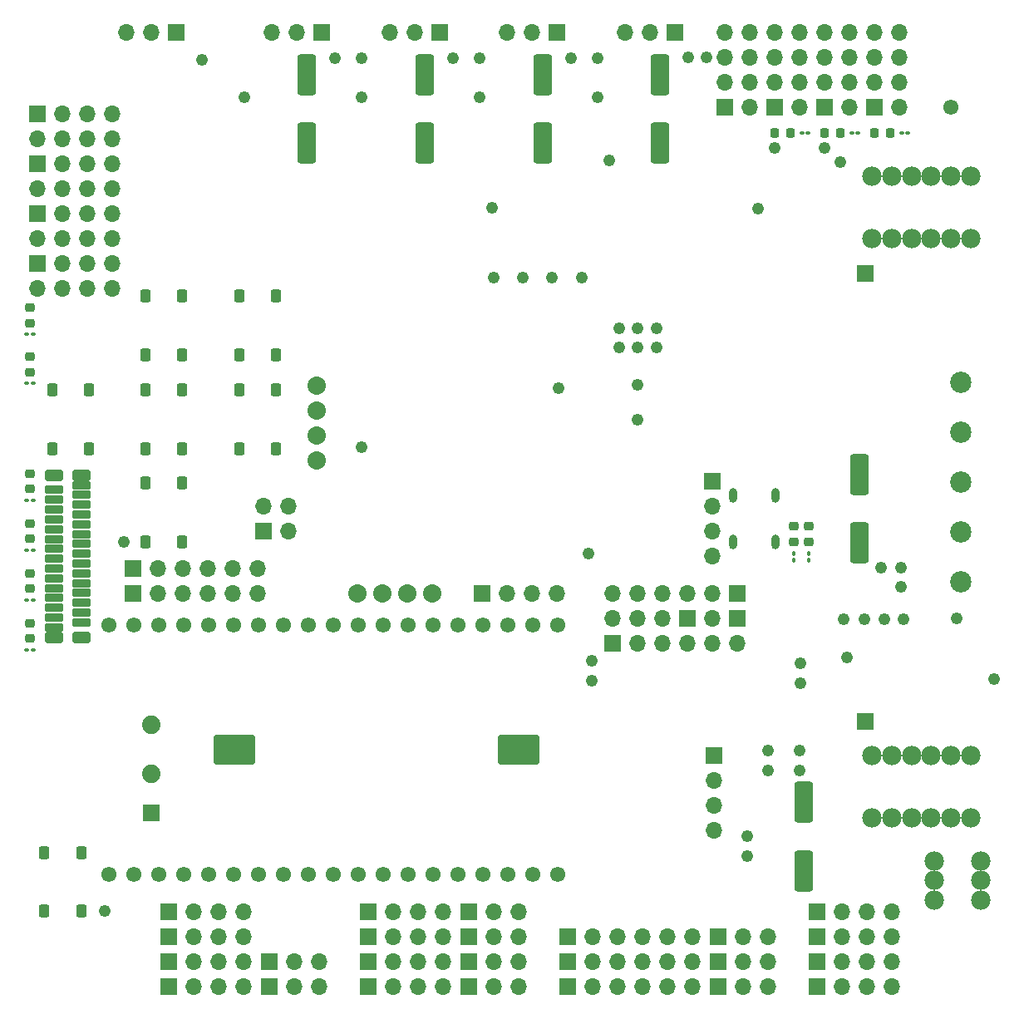
<source format=gbs>
G04 #@! TF.GenerationSoftware,KiCad,Pcbnew,6.0.2+dfsg-1*
G04 #@! TF.CreationDate,2023-02-12T20:19:59+01:00*
G04 #@! TF.ProjectId,RBCX,52424358-2e6b-4696-9361-645f70636258,rev?*
G04 #@! TF.SameCoordinates,Original*
G04 #@! TF.FileFunction,Soldermask,Bot*
G04 #@! TF.FilePolarity,Negative*
%FSLAX46Y46*%
G04 Gerber Fmt 4.6, Leading zero omitted, Abs format (unit mm)*
G04 Created by KiCad (PCBNEW 6.0.2+dfsg-1) date 2023-02-12 20:19:59*
%MOMM*%
%LPD*%
G01*
G04 APERTURE LIST*
G04 Aperture macros list*
%AMRoundRect*
0 Rectangle with rounded corners*
0 $1 Rounding radius*
0 $2 $3 $4 $5 $6 $7 $8 $9 X,Y pos of 4 corners*
0 Add a 4 corners polygon primitive as box body*
4,1,4,$2,$3,$4,$5,$6,$7,$8,$9,$2,$3,0*
0 Add four circle primitives for the rounded corners*
1,1,$1+$1,$2,$3*
1,1,$1+$1,$4,$5*
1,1,$1+$1,$6,$7*
1,1,$1+$1,$8,$9*
0 Add four rect primitives between the rounded corners*
20,1,$1+$1,$2,$3,$4,$5,0*
20,1,$1+$1,$4,$5,$6,$7,0*
20,1,$1+$1,$6,$7,$8,$9,0*
20,1,$1+$1,$8,$9,$2,$3,0*%
G04 Aperture macros list end*
%ADD10C,1.240800*%
%ADD11C,1.864800*%
%ADD12R,1.700000X1.700000*%
%ADD13O,0.850000X1.500000*%
%ADD14C,1.552800*%
%ADD15RoundRect,0.218750X0.218750X0.256250X-0.218750X0.256250X-0.218750X-0.256250X0.218750X-0.256250X0*%
%ADD16O,1.700000X1.700000*%
%ADD17C,1.981200*%
%ADD18RoundRect,0.250000X-0.700000X1.825000X-0.700000X-1.825000X0.700000X-1.825000X0.700000X1.825000X0*%
%ADD19RoundRect,0.218750X0.256250X-0.218750X0.256250X0.218750X-0.256250X0.218750X-0.256250X-0.218750X0*%
%ADD20RoundRect,0.100000X0.130000X0.100000X-0.130000X0.100000X-0.130000X-0.100000X0.130000X-0.100000X0*%
%ADD21RoundRect,0.227400X-0.300000X0.425000X-0.300000X-0.425000X0.300000X-0.425000X0.300000X0.425000X0*%
%ADD22RoundRect,0.227400X0.300000X-0.425000X0.300000X0.425000X-0.300000X0.425000X-0.300000X-0.425000X0*%
%ADD23RoundRect,0.152400X0.750000X-0.300000X0.750000X0.300000X-0.750000X0.300000X-0.750000X-0.300000X0*%
%ADD24RoundRect,0.152400X-0.750000X0.300000X-0.750000X-0.300000X0.750000X-0.300000X0.750000X0.300000X0*%
%ADD25RoundRect,0.152400X0.750000X-0.400000X0.750000X0.400000X-0.750000X0.400000X-0.750000X-0.400000X0*%
%ADD26RoundRect,0.152400X-0.750000X0.400000X-0.750000X-0.400000X0.750000X-0.400000X0.750000X0.400000X0*%
%ADD27RoundRect,0.218750X-0.256250X0.218750X-0.256250X-0.218750X0.256250X-0.218750X0.256250X0.218750X0*%
%ADD28C,2.167128*%
%ADD29RoundRect,0.100000X0.100000X-0.130000X0.100000X0.130000X-0.100000X0.130000X-0.100000X-0.130000X0*%
%ADD30RoundRect,0.142857X1.957143X-1.357143X1.957143X1.357143X-1.957143X1.357143X-1.957143X-1.357143X0*%
%ADD31RoundRect,0.100000X-0.130000X-0.100000X0.130000X-0.100000X0.130000X0.100000X-0.130000X0.100000X0*%
%ADD32C,1.889760*%
%ADD33RoundRect,0.250000X0.700000X-1.825000X0.700000X1.825000X-0.700000X1.825000X-0.700000X-1.825000X0*%
G04 APERTURE END LIST*
D10*
G04 #@! TO.C,TP8*
X172685000Y-59785000D03*
G04 #@! TD*
G04 #@! TO.C,TP21*
X153000000Y-73000000D03*
G04 #@! TD*
G04 #@! TO.C,TP39*
X163870000Y-50570000D03*
G04 #@! TD*
G04 #@! TO.C,TP29*
X158715000Y-87465000D03*
G04 #@! TD*
G04 #@! TO.C,TP33*
X175195000Y-123135000D03*
G04 #@! TD*
G04 #@! TO.C,TP32*
X175195000Y-121135000D03*
G04 #@! TD*
G04 #@! TO.C,PWM2B*
X156806250Y-78163525D03*
G04 #@! TD*
G04 #@! TO.C,TP44*
X118600000Y-54550000D03*
G04 #@! TD*
G04 #@! TO.C,IN4_A*
X183795000Y-107755000D03*
G04 #@! TD*
G04 #@! TO.C,IN4A*
X175300000Y-112260000D03*
G04 #@! TD*
D11*
G04 #@! TO.C,IM2*
X137755000Y-105155000D03*
X135215000Y-105155000D03*
X132675000Y-105155000D03*
X130135000Y-105155000D03*
G04 #@! TD*
D10*
G04 #@! TO.C,TP40*
X165715000Y-50565000D03*
G04 #@! TD*
G04 #@! TO.C,TP24*
X169900000Y-131890000D03*
G04 #@! TD*
G04 #@! TO.C,PWM3A*
X179695000Y-107755000D03*
G04 #@! TD*
G04 #@! TO.C,TP56*
X183500000Y-102500000D03*
G04 #@! TD*
G04 #@! TO.C,IN4_B*
X185795000Y-107755000D03*
G04 #@! TD*
G04 #@! TO.C,TP38*
X154600000Y-54550000D03*
G04 #@! TD*
G04 #@! TO.C,TP41*
X142600000Y-54550000D03*
G04 #@! TD*
G04 #@! TO.C,TP58*
X150600000Y-84200000D03*
G04 #@! TD*
G04 #@! TO.C,TP34*
X172000000Y-121145000D03*
G04 #@! TD*
G04 #@! TO.C,TP50*
X104400000Y-137500000D03*
G04 #@! TD*
G04 #@! TO.C,TP55*
X185500000Y-104500000D03*
G04 #@! TD*
G04 #@! TO.C,TP1*
X191200000Y-107700000D03*
G04 #@! TD*
G04 #@! TO.C,TP9*
X114350000Y-50815000D03*
G04 #@! TD*
G04 #@! TO.C,PWM3B*
X181795000Y-107755000D03*
G04 #@! TD*
G04 #@! TO.C,TP51*
X154000000Y-112000000D03*
G04 #@! TD*
G04 #@! TO.C,TP49*
X142600000Y-50600000D03*
G04 #@! TD*
G04 #@! TO.C,MI3*
X179990000Y-111620000D03*
G04 #@! TD*
D12*
G04 #@! TO.C,J29*
X109180000Y-127455000D03*
G04 #@! TD*
D10*
G04 #@! TO.C,TP53*
X158715000Y-83880000D03*
G04 #@! TD*
D13*
G04 #@! TO.C,U21*
X172730000Y-95130000D03*
X168430000Y-99930000D03*
X172730000Y-99930000D03*
X168430000Y-95130000D03*
G04 #@! TD*
D10*
G04 #@! TO.C,TP13*
X179330000Y-61200000D03*
G04 #@! TD*
G04 #@! TO.C,TP12*
X130615000Y-90265000D03*
G04 #@! TD*
G04 #@! TO.C,TP52*
X169900000Y-129890000D03*
G04 #@! TD*
G04 #@! TO.C,PWM1A*
X158711250Y-80068525D03*
G04 #@! TD*
G04 #@! TO.C,TP28*
X175300000Y-114260000D03*
G04 #@! TD*
G04 #@! TO.C,TP47*
X130600000Y-54550000D03*
G04 #@! TD*
G04 #@! TO.C,TP35*
X172000000Y-123200000D03*
G04 #@! TD*
G04 #@! TO.C,MI2*
X160616250Y-78163525D03*
G04 #@! TD*
G04 #@! TO.C,PWM1B*
X156805000Y-80070000D03*
G04 #@! TD*
G04 #@! TO.C,MI1*
X160616250Y-80068525D03*
G04 #@! TD*
D14*
G04 #@! TO.C,TP5*
X190600000Y-55615000D03*
G04 #@! TD*
D10*
G04 #@! TO.C,PWM2A*
X158711250Y-78163525D03*
G04 #@! TD*
G04 #@! TO.C,TP37*
X195000000Y-113890000D03*
G04 #@! TD*
D11*
G04 #@! TO.C,IM1*
X126018250Y-91620000D03*
X126018250Y-89080000D03*
X126018250Y-86540000D03*
X126018250Y-84000000D03*
G04 #@! TD*
D10*
G04 #@! TO.C,TP11*
X153670000Y-101055000D03*
G04 #@! TD*
G04 #@! TO.C,TP7*
X154000000Y-114000000D03*
G04 #@! TD*
G04 #@! TO.C,TP6*
X171000000Y-65900000D03*
G04 #@! TD*
G04 #@! TO.C,TP19*
X147000000Y-73000000D03*
G04 #@! TD*
D12*
G04 #@! TO.C,J36*
X181880000Y-118175000D03*
G04 #@! TD*
D10*
G04 #@! TO.C,TP42*
X151870000Y-50600000D03*
G04 #@! TD*
D12*
G04 #@! TO.C,J35*
X181915000Y-72560000D03*
G04 #@! TD*
D10*
G04 #@! TO.C,TP54*
X185500000Y-102500000D03*
G04 #@! TD*
G04 #@! TO.C,TP43*
X154600000Y-50600000D03*
G04 #@! TD*
G04 #@! TO.C,TP59*
X177760000Y-59790000D03*
G04 #@! TD*
G04 #@! TO.C,TP4*
X143905000Y-65835000D03*
G04 #@! TD*
G04 #@! TO.C,TP18*
X144000000Y-73000000D03*
G04 #@! TD*
G04 #@! TO.C,TP46*
X130600000Y-50600000D03*
G04 #@! TD*
G04 #@! TO.C,TP20*
X150000000Y-73000000D03*
G04 #@! TD*
G04 #@! TO.C,TP45*
X127870000Y-50600000D03*
G04 #@! TD*
G04 #@! TO.C,TP48*
X139870000Y-50600000D03*
G04 #@! TD*
G04 #@! TO.C,TP10*
X106400000Y-99900000D03*
G04 #@! TD*
G04 #@! TO.C,TP2*
X155805000Y-61000000D03*
G04 #@! TD*
D15*
G04 #@! TO.C,D48*
X179337500Y-58250000D03*
X177762500Y-58250000D03*
G04 #@! TD*
D12*
G04 #@! TO.C,J22*
X131245000Y-145165000D03*
D16*
X133785000Y-145165000D03*
X136325000Y-145165000D03*
X138865000Y-145165000D03*
G04 #@! TD*
D17*
G04 #@! TO.C,JP11*
X193630000Y-136360000D03*
X193630000Y-134360000D03*
X193630000Y-132360000D03*
G04 #@! TD*
D18*
G04 #@! TO.C,C49*
X125000000Y-52320000D03*
X125000000Y-59270000D03*
G04 #@! TD*
D12*
G04 #@! TO.C,J12*
X151565000Y-142615000D03*
D16*
X154105000Y-142615000D03*
X156645000Y-142615000D03*
X159185000Y-142615000D03*
X161725000Y-142615000D03*
X164265000Y-142615000D03*
G04 #@! TD*
D19*
G04 #@! TO.C,D44*
X176105000Y-99852000D03*
X176105000Y-98277000D03*
G04 #@! TD*
D12*
G04 #@! TO.C,J4*
X167598200Y-55623200D03*
D16*
X170138200Y-55623200D03*
X167598200Y-53083200D03*
X170138200Y-53083200D03*
X167598200Y-50543200D03*
X170138200Y-50543200D03*
X167598200Y-48003200D03*
X170138200Y-48003200D03*
G04 #@! TD*
D18*
G04 #@! TO.C,C53*
X137000000Y-52325000D03*
X137000000Y-59275000D03*
G04 #@! TD*
D12*
G04 #@! TO.C,J15*
X166900000Y-142615000D03*
D16*
X169440000Y-142615000D03*
X171980000Y-142615000D03*
G04 #@! TD*
D20*
G04 #@! TO.C,R139*
X186227500Y-58250000D03*
X185587500Y-58250000D03*
G04 #@! TD*
D21*
G04 #@! TO.C,SW14*
X108573200Y-90373200D03*
X108573200Y-84373200D03*
X112323200Y-84373200D03*
X112323200Y-90373200D03*
G04 #@! TD*
D12*
G04 #@! TO.C,J33*
X97595000Y-56255000D03*
D16*
X97595000Y-58795000D03*
X100135000Y-56255000D03*
X100135000Y-58795000D03*
X102675000Y-56255000D03*
X102675000Y-58795000D03*
X105215000Y-56255000D03*
X105215000Y-58795000D03*
G04 #@! TD*
D14*
G04 #@! TO.C,IM3*
X104805000Y-108325000D03*
X107345000Y-108325000D03*
X109885000Y-108325000D03*
X112425000Y-108325000D03*
X114965000Y-108325000D03*
X117505000Y-108325000D03*
X120045000Y-108325000D03*
X122585000Y-108325000D03*
X125125000Y-108325000D03*
X127665000Y-108325000D03*
X130205000Y-108325000D03*
X132745000Y-108325000D03*
X135285000Y-108325000D03*
X137825000Y-108325000D03*
X140365000Y-108325000D03*
X142905000Y-108325000D03*
X145445000Y-108325000D03*
X147985000Y-108325000D03*
X150525000Y-108325000D03*
X150525000Y-133725000D03*
X147985000Y-133725000D03*
X145445000Y-133725000D03*
X142905000Y-133725000D03*
X140365000Y-133725000D03*
X137825000Y-133725000D03*
X135285000Y-133725000D03*
X132745000Y-133725000D03*
X130205000Y-133725000D03*
X127665000Y-133725000D03*
X125125000Y-133725000D03*
X122585000Y-133725000D03*
X120045000Y-133725000D03*
X117505000Y-133725000D03*
X114965000Y-133725000D03*
X112425000Y-133725000D03*
X109885000Y-133725000D03*
X107345000Y-133725000D03*
X104805000Y-133725000D03*
G04 #@! TD*
D12*
G04 #@! TO.C,J11*
X141505550Y-137535000D03*
D16*
X144045550Y-137535000D03*
X146585550Y-137535000D03*
G04 #@! TD*
D12*
G04 #@! TO.C,J39*
X126500000Y-48000000D03*
D16*
X123960000Y-48000000D03*
X121420000Y-48000000D03*
G04 #@! TD*
D12*
G04 #@! TO.C,J20*
X166894450Y-145158200D03*
D16*
X169434450Y-145158200D03*
X171974450Y-145158200D03*
G04 #@! TD*
D15*
G04 #@! TO.C,D46*
X184417500Y-58250000D03*
X182842500Y-58250000D03*
G04 #@! TD*
D12*
G04 #@! TO.C,J31*
X97585000Y-61335000D03*
D16*
X97585000Y-63875000D03*
X100125000Y-61335000D03*
X100125000Y-63875000D03*
X102665000Y-61335000D03*
X102665000Y-63875000D03*
X105205000Y-61335000D03*
X105205000Y-63875000D03*
G04 #@! TD*
D12*
G04 #@! TO.C,J24*
X168865000Y-105145000D03*
D16*
X166325000Y-105145000D03*
X163785000Y-105145000D03*
X161245000Y-105145000D03*
X158705000Y-105145000D03*
X156165000Y-105145000D03*
G04 #@! TD*
D12*
G04 #@! TO.C,J30*
X97585000Y-66415000D03*
D16*
X97585000Y-68955000D03*
X100125000Y-66415000D03*
X100125000Y-68955000D03*
X102665000Y-66415000D03*
X102665000Y-68955000D03*
X105205000Y-66415000D03*
X105205000Y-68955000D03*
G04 #@! TD*
D12*
G04 #@! TO.C,J46*
X176965000Y-137535000D03*
D16*
X179505000Y-137535000D03*
X182045000Y-137535000D03*
X184585000Y-137535000D03*
G04 #@! TD*
D12*
G04 #@! TO.C,J50*
X166485000Y-121665000D03*
D16*
X166485000Y-124205000D03*
X166485000Y-126745000D03*
X166485000Y-129285000D03*
G04 #@! TD*
D12*
G04 #@! TO.C,J34*
X142835000Y-105155000D03*
D16*
X145375000Y-105155000D03*
X147915000Y-105155000D03*
X150455000Y-105155000D03*
G04 #@! TD*
D22*
G04 #@! TO.C,SW3*
X102798200Y-90373200D03*
X102798200Y-84373200D03*
X99048200Y-90373200D03*
X99048200Y-84373200D03*
G04 #@! TD*
D12*
G04 #@! TO.C,J21*
X111710000Y-48000000D03*
D16*
X109170000Y-48000000D03*
X106630000Y-48000000D03*
G04 #@! TD*
D20*
G04 #@! TO.C,R63*
X97100000Y-105816000D03*
X96460000Y-105816000D03*
G04 #@! TD*
D12*
G04 #@! TO.C,J10*
X121200000Y-145155000D03*
D16*
X123740000Y-145155000D03*
X126280000Y-145155000D03*
G04 #@! TD*
D17*
G04 #@! TO.C,U5*
X182600000Y-68960000D03*
X184600000Y-68960000D03*
X186600000Y-68960000D03*
X188600000Y-68960000D03*
X190600000Y-68960000D03*
X192600000Y-68960000D03*
G04 #@! TD*
D12*
G04 #@! TO.C,J18*
X151565000Y-145155000D03*
D16*
X154105000Y-145155000D03*
X156645000Y-145155000D03*
X159185000Y-145155000D03*
X161725000Y-145155000D03*
X164265000Y-145155000D03*
G04 #@! TD*
D12*
G04 #@! TO.C,J23*
X141500000Y-145158200D03*
D16*
X144040000Y-145158200D03*
X146580000Y-145158200D03*
G04 #@! TD*
D19*
G04 #@! TO.C,D42*
X174595000Y-99852500D03*
X174595000Y-98277500D03*
G04 #@! TD*
D12*
G04 #@! TO.C,J1*
X120605000Y-98805000D03*
D16*
X123145000Y-98805000D03*
X120605000Y-96265000D03*
X123145000Y-96265000D03*
G04 #@! TD*
D12*
G04 #@! TO.C,J28*
X107275000Y-102615000D03*
D16*
X109815000Y-102615000D03*
X112355000Y-102615000D03*
X114895000Y-102615000D03*
X117435000Y-102615000D03*
X119975000Y-102615000D03*
G04 #@! TD*
D12*
G04 #@! TO.C,J16*
X121200550Y-142615000D03*
D16*
X123740550Y-142615000D03*
X126280550Y-142615000D03*
G04 #@! TD*
D12*
G04 #@! TO.C,J32*
X168865000Y-107695000D03*
D16*
X166325000Y-107695000D03*
G04 #@! TD*
D23*
G04 #@! TO.C,X2*
X99205700Y-108593200D03*
D24*
X102005700Y-108093200D03*
D23*
X99205700Y-107593200D03*
D24*
X102005700Y-107093200D03*
D23*
X99205700Y-106593200D03*
D24*
X102005700Y-106093200D03*
D23*
X99205700Y-105593200D03*
D24*
X102005700Y-105093200D03*
D23*
X99205700Y-104593200D03*
D24*
X102005700Y-104093200D03*
D23*
X99205700Y-103593200D03*
D24*
X102005700Y-103093200D03*
D23*
X99205700Y-102593200D03*
D24*
X102005700Y-102093200D03*
D23*
X99205700Y-101593200D03*
D24*
X102005700Y-101093200D03*
D23*
X99205700Y-100593200D03*
D24*
X102005700Y-100093200D03*
D23*
X99205700Y-99593200D03*
D24*
X102005700Y-99093200D03*
D23*
X99205700Y-98593200D03*
D24*
X102005700Y-98093200D03*
D23*
X99205700Y-97593200D03*
D24*
X102005700Y-97093200D03*
D23*
X99205700Y-96593200D03*
D24*
X102005700Y-96093200D03*
D23*
X99205700Y-95593200D03*
D24*
X102005700Y-95093200D03*
D23*
X99205700Y-94593200D03*
D24*
X102005700Y-94093200D03*
D25*
X99205700Y-109593200D03*
X99205700Y-93093200D03*
D26*
X102005700Y-93093200D03*
X102005700Y-109593200D03*
G04 #@! TD*
D12*
G04 #@! TO.C,J41*
X176965000Y-145165000D03*
D16*
X179505000Y-145165000D03*
X182045000Y-145165000D03*
X184585000Y-145165000D03*
G04 #@! TD*
D27*
G04 #@! TO.C,D39*
X96793942Y-108173852D03*
X96793942Y-109748852D03*
G04 #@! TD*
D20*
G04 #@! TO.C,R182*
X181147500Y-58250000D03*
X180507500Y-58250000D03*
G04 #@! TD*
D17*
G04 #@! TO.C,U9*
X182600000Y-128020000D03*
X184600000Y-128020000D03*
X186600000Y-128020000D03*
X188600000Y-128020000D03*
X190600000Y-128020000D03*
X192600000Y-128020000D03*
G04 #@! TD*
D12*
G04 #@! TO.C,J45*
X176965000Y-140075000D03*
D16*
X179505000Y-140075000D03*
X182045000Y-140075000D03*
X184585000Y-140075000D03*
G04 #@! TD*
D20*
G04 #@! TO.C,R17*
X97100000Y-78740000D03*
X96460000Y-78740000D03*
G04 #@! TD*
D12*
G04 #@! TO.C,J37*
X162500000Y-48000000D03*
D16*
X159960000Y-48000000D03*
X157420000Y-48000000D03*
G04 #@! TD*
D12*
G04 #@! TO.C,J2*
X177758200Y-55623200D03*
D16*
X180298200Y-55623200D03*
X177758200Y-53083200D03*
X180298200Y-53083200D03*
X177758200Y-50543200D03*
X180298200Y-50543200D03*
X177758200Y-48003200D03*
X180298200Y-48003200D03*
G04 #@! TD*
D12*
G04 #@! TO.C,J42*
X97585000Y-71495000D03*
D16*
X97585000Y-74035000D03*
X100125000Y-71495000D03*
X100125000Y-74035000D03*
X102665000Y-71495000D03*
X102665000Y-74035000D03*
X105205000Y-71495000D03*
X105205000Y-74035000D03*
G04 #@! TD*
D22*
G04 #@! TO.C,SW7*
X112323200Y-93898200D03*
X112323200Y-99898200D03*
X108573200Y-99898200D03*
X108573200Y-93898200D03*
G04 #@! TD*
D12*
G04 #@! TO.C,J27*
X163785000Y-107695000D03*
D16*
X161245000Y-107695000D03*
X158705000Y-107695000D03*
X156165000Y-107695000D03*
G04 #@! TD*
D12*
G04 #@! TO.C,J38*
X150500000Y-48000000D03*
D16*
X147960000Y-48000000D03*
X145420000Y-48000000D03*
G04 #@! TD*
D22*
G04 #@! TO.C,SW12*
X102004450Y-137521950D03*
X102004450Y-131521950D03*
X98254450Y-131521950D03*
X98254450Y-137521950D03*
G04 #@! TD*
D27*
G04 #@! TO.C,D33*
X96793942Y-92933852D03*
X96793942Y-94508852D03*
G04 #@! TD*
D12*
G04 #@! TO.C,J5*
X151565000Y-140075000D03*
D16*
X154105000Y-140075000D03*
X156645000Y-140075000D03*
X159185000Y-140075000D03*
X161725000Y-140075000D03*
X164265000Y-140075000D03*
G04 #@! TD*
D15*
G04 #@! TO.C,D30*
X174257500Y-58250000D03*
X172682500Y-58250000D03*
G04 #@! TD*
D12*
G04 #@! TO.C,J3*
X172678200Y-55623200D03*
D16*
X175218200Y-55623200D03*
X172678200Y-53083200D03*
X175218200Y-53083200D03*
X172678200Y-50543200D03*
X175218200Y-50543200D03*
X172678200Y-48003200D03*
X175218200Y-48003200D03*
G04 #@! TD*
D28*
G04 #@! TO.C,X3*
X191600000Y-83640000D03*
X191600000Y-88720000D03*
X191600000Y-93800000D03*
G04 #@! TD*
D29*
G04 #@! TO.C,R174*
X174595000Y-101710000D03*
X174595000Y-101070000D03*
G04 #@! TD*
D20*
G04 #@! TO.C,R67*
X97100000Y-110899000D03*
X96460000Y-110899000D03*
G04 #@! TD*
D30*
G04 #@! TO.C,BAT1*
X146615000Y-121025000D03*
X117615000Y-121025000D03*
G04 #@! TD*
D27*
G04 #@! TO.C,D37*
X96793942Y-103093852D03*
X96793942Y-104668852D03*
G04 #@! TD*
D12*
G04 #@! TO.C,J7*
X110925000Y-145155000D03*
D16*
X113465000Y-145155000D03*
X116005000Y-145155000D03*
X118545000Y-145155000D03*
G04 #@! TD*
D17*
G04 #@! TO.C,U8*
X192600000Y-121660000D03*
X190600000Y-121660000D03*
X188600000Y-121660000D03*
X186600000Y-121660000D03*
X184600000Y-121660000D03*
X182600000Y-121660000D03*
G04 #@! TD*
D18*
G04 #@! TO.C,C41*
X161000000Y-52325000D03*
X161000000Y-59275000D03*
G04 #@! TD*
D31*
G04 #@! TO.C,R15*
X175427500Y-58250000D03*
X176067500Y-58250000D03*
G04 #@! TD*
D12*
G04 #@! TO.C,J47*
X110925000Y-137535000D03*
D16*
X113465000Y-137535000D03*
X116005000Y-137535000D03*
X118545000Y-137535000D03*
G04 #@! TD*
D20*
G04 #@! TO.C,R56*
X97100000Y-95650000D03*
X96460000Y-95650000D03*
G04 #@! TD*
D12*
G04 #@! TO.C,J13*
X110925000Y-142615000D03*
D16*
X113465000Y-142615000D03*
X116005000Y-142615000D03*
X118545000Y-142615000D03*
G04 #@! TD*
D22*
G04 #@! TO.C,SW10*
X121848200Y-74848200D03*
X121848200Y-80848200D03*
X118098200Y-74848200D03*
X118098200Y-80848200D03*
G04 #@! TD*
D18*
G04 #@! TO.C,C45*
X149000000Y-52325000D03*
X149000000Y-59275000D03*
G04 #@! TD*
D19*
G04 #@! TO.C,D32*
X96800000Y-77597500D03*
X96800000Y-76022500D03*
G04 #@! TD*
G04 #@! TO.C,D27*
X96800000Y-82587500D03*
X96800000Y-81012500D03*
G04 #@! TD*
D20*
G04 #@! TO.C,R59*
X97100000Y-100733000D03*
X96460000Y-100733000D03*
G04 #@! TD*
D12*
G04 #@! TO.C,J14*
X141500000Y-140078200D03*
D16*
X144040000Y-140078200D03*
X146580000Y-140078200D03*
G04 #@! TD*
D12*
G04 #@! TO.C,J17*
X131245000Y-142625000D03*
D16*
X133785000Y-142625000D03*
X136325000Y-142625000D03*
X138865000Y-142625000D03*
G04 #@! TD*
D12*
G04 #@! TO.C,J40*
X138500000Y-48000000D03*
D16*
X135960000Y-48000000D03*
X133420000Y-48000000D03*
G04 #@! TD*
D28*
G04 #@! TO.C,X1*
X191604500Y-98880000D03*
X191604500Y-103960000D03*
G04 #@! TD*
D12*
G04 #@! TO.C,J19*
X141500000Y-142618200D03*
D16*
X144040000Y-142618200D03*
X146580000Y-142618200D03*
G04 #@! TD*
D12*
G04 #@! TO.C,J9*
X131245000Y-137535000D03*
D16*
X133785000Y-137535000D03*
X136325000Y-137535000D03*
X138865000Y-137535000D03*
G04 #@! TD*
D22*
G04 #@! TO.C,SW1*
X121848200Y-90373200D03*
X121848200Y-84373200D03*
X118098200Y-84373200D03*
X118098200Y-90373200D03*
G04 #@! TD*
D12*
G04 #@! TO.C,J49*
X166328200Y-93733200D03*
D16*
X166328200Y-96273200D03*
X166328200Y-98813200D03*
X166328200Y-101353200D03*
G04 #@! TD*
D12*
G04 #@! TO.C,J43*
X176965000Y-142615000D03*
D16*
X179505000Y-142615000D03*
X182045000Y-142615000D03*
X184585000Y-142615000D03*
G04 #@! TD*
D32*
G04 #@! TO.C,B1*
X109178200Y-118528200D03*
X109178200Y-123528200D03*
G04 #@! TD*
D33*
G04 #@! TO.C,C74*
X181300000Y-99975000D03*
X181300000Y-93025000D03*
G04 #@! TD*
D12*
G04 #@! TO.C,J8*
X166890000Y-140075000D03*
D16*
X169430000Y-140075000D03*
X171970000Y-140075000D03*
G04 #@! TD*
D12*
G04 #@! TO.C,J25*
X156165000Y-110250000D03*
D16*
X158705000Y-110250000D03*
X161245000Y-110250000D03*
X163785000Y-110250000D03*
X166325000Y-110250000D03*
X168865000Y-110250000D03*
G04 #@! TD*
D17*
G04 #@! TO.C,U4*
X192600000Y-62610000D03*
X190600000Y-62610000D03*
X188600000Y-62610000D03*
X186600000Y-62610000D03*
X184600000Y-62610000D03*
X182600000Y-62610000D03*
G04 #@! TD*
D20*
G04 #@! TO.C,R12*
X97100000Y-83730000D03*
X96460000Y-83730000D03*
G04 #@! TD*
D17*
G04 #@! TO.C,JP10*
X188870000Y-136360000D03*
X188870000Y-134360000D03*
X188870000Y-132360000D03*
G04 #@! TD*
D22*
G04 #@! TO.C,SW5*
X112323200Y-74848200D03*
X112323200Y-80848200D03*
X108573200Y-74848200D03*
X108573200Y-80848200D03*
G04 #@! TD*
D12*
G04 #@! TO.C,J26*
X107275000Y-105155000D03*
D16*
X109815000Y-105155000D03*
X112355000Y-105155000D03*
X114895000Y-105155000D03*
X117435000Y-105155000D03*
X119975000Y-105155000D03*
G04 #@! TD*
D12*
G04 #@! TO.C,J44*
X110925000Y-140075000D03*
D16*
X113465000Y-140075000D03*
X116005000Y-140075000D03*
X118545000Y-140075000D03*
G04 #@! TD*
D29*
G04 #@! TO.C,R157*
X176105000Y-101709500D03*
X176105000Y-101069500D03*
G04 #@! TD*
D27*
G04 #@! TO.C,D35*
X96795700Y-98015700D03*
X96795700Y-99590700D03*
G04 #@! TD*
D12*
G04 #@! TO.C,J48*
X182838200Y-55623200D03*
D16*
X185378200Y-55623200D03*
X182838200Y-53083200D03*
X185378200Y-53083200D03*
X182838200Y-50543200D03*
X185378200Y-50543200D03*
X182838200Y-48003200D03*
X185378200Y-48003200D03*
G04 #@! TD*
D12*
G04 #@! TO.C,J6*
X131245000Y-140075000D03*
D16*
X133785000Y-140075000D03*
X136325000Y-140075000D03*
X138865000Y-140075000D03*
G04 #@! TD*
D33*
G04 #@! TO.C,C58*
X175600000Y-133375000D03*
X175600000Y-126425000D03*
G04 #@! TD*
M02*

</source>
